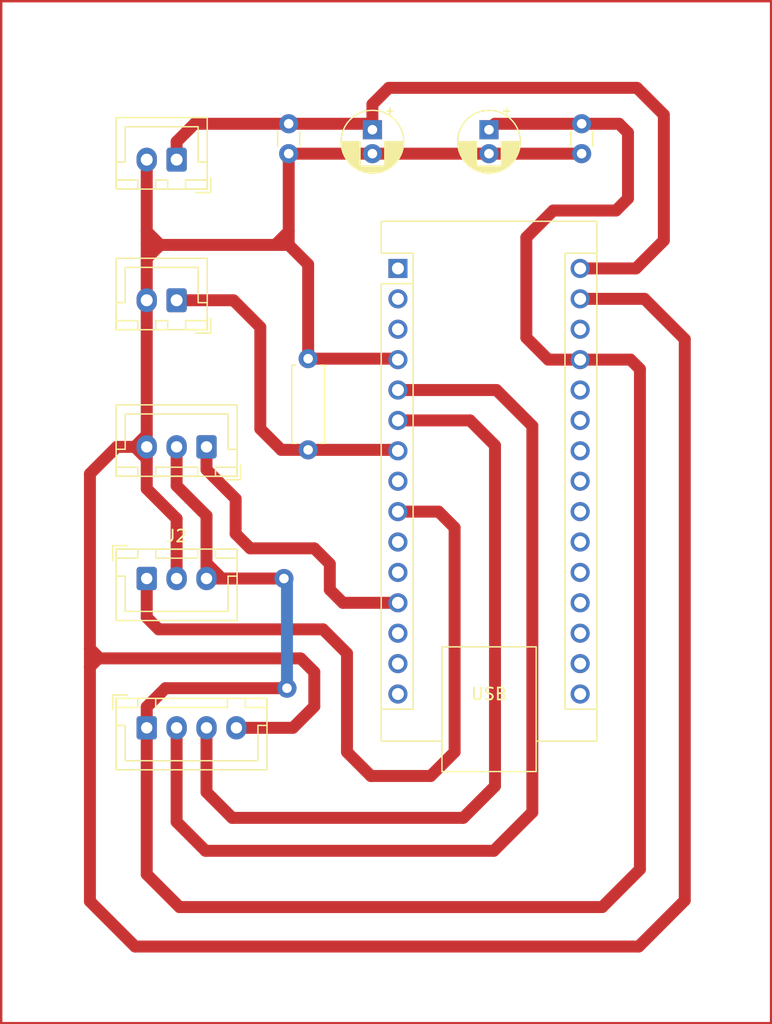
<source format=kicad_pcb>
(kicad_pcb (version 20221018) (generator pcbnew)
  (layers (0 "F.Cu" signal) (31 "B.Cu" signal) (34 "B.Paste" user) (35 "F.Paste" user) (36 "B.SilkS" user "B.Silkscreen") (37 "F.SilkS" user "F.Silkscreen") (38 "B.Mask" user) (39 "F.Mask" user) (44 "Edge.Cuts" user))
  (net 0 "")
  (net 3 "Net-(A1-VIN)")
  (net 4 "Net-(J1-Pin_2)")
  (net 5 "Net-(A1-+5V)")
  (net 6 "Net-(A1-D6)")
  (net 7 "Net-(A1-D2)")
  (net 8 "Net-(A1-D3)")
  (net 10 "Net-(A1-D4)")
  (net 14 "Net-(A1-D9)")
  (footprint "Resistor_THT:R_Axial_DIN0207_L6.3mm_D2.5mm_P7.62mm_Horizontal" (layer "F.Cu") (at 95.5722 54 90)
    (fp_text reference "R1" hide)
    (fp_text value "10K")
    (pad "1" thru_hole circle (at 0 0 90) (size 1.6 1.6) (drill 0.8) (layers "*.Cu" "*.Mask") (net 10 "Net-(A1-D4)"))
    (pad "2" thru_hole oval (at 7.62 0 90) (size 1.6 1.6) (drill 0.8) (layers "*.Cu" "*.Mask") (net 4 "Net-(J1-Pin_2)"))
  )
  (footprint "Connector_JST:JST_XH_B3B-XH-A_1x03_P2.50mm_Vertical" (layer "F.Cu") (at 82.0722 64.75)
    (fp_text reference locked "J2" (at 2.5 -3.55) (layer "F.SilkS"))
    (fp_text value "Conn_01x03" hide)
    (pad "1" thru_hole roundrect (at 0 0) (size 1.7 1.95) (drill 0.95) (layers "*.Cu" "*.Mask") (roundrect_rratio 0.1470588235) (net 6 "Net-(A1-D6)"))
    (pad "2" thru_hole oval (at 2.5 0) (size 1.7 1.95) (drill 0.95) (layers "*.Cu" "*.Mask") (net 4 "Net-(J1-Pin_2)"))
    (pad "3" thru_hole oval (at 5 0) (size 1.7 1.95) (drill 0.95) (layers "*.Cu" "*.Mask") (net 5 "Net-(A1-+5V)"))
  )
  (footprint "Capacitor_THT:C_Disc_D3.0mm_W1.6mm_P2.50mm" (layer "F.Cu") (at 93.9472 26.75 -90)
    (fp_text reference "C2" hide)
    (fp_text value "0.1 uF")
    (pad "1" thru_hole circle (at 0 0 270) (size 1.6 1.6) (drill 0.8) (layers "*.Cu" "*.Mask") (net 3 "Net-(A1-VIN)"))
    (pad "2" thru_hole circle (at 2.5 0 270) (size 1.6 1.6) (drill 0.8) (layers "*.Cu" "*.Mask") (net 4 "Net-(J1-Pin_2)"))
  )
  (footprint "Module:Arduino_Nano" (layer "F.Cu") (at 103.0822 38.84)
    (fp_text reference "A1" hide)
    (fp_text value "Arduino_Nano_v3.x")
    (fp_text user "USB" (at 7.62 35.56 unlocked) (layer "F.SilkS"))
    (pad "1" thru_hole rect (at 0 0) (size 1.6 1.6) (drill 1) (layers "*.Cu" "*.Mask"))
    (pad "2" thru_hole oval (at 0 2.54) (size 1.6 1.6) (drill 1) (layers "*.Cu" "*.Mask"))
    (pad "3" thru_hole oval (at 0 5.08) (size 1.6 1.6) (drill 1) (layers "*.Cu" "*.Mask"))
    (pad "4" thru_hole oval (at 0 7.62) (size 1.6 1.6) (drill 1) (layers "*.Cu" "*.Mask") (net 4 "Net-(J1-Pin_2)"))
    (pad "5" thru_hole oval (at 0 10.16) (size 1.6 1.6) (drill 1) (layers "*.Cu" "*.Mask") (net 7 "Net-(A1-D2)"))
    (pad "6" thru_hole oval (at 0 12.7) (size 1.6 1.6) (drill 1) (layers "*.Cu" "*.Mask") (net 8 "Net-(A1-D3)"))
    (pad "7" thru_hole oval (at 0 15.24) (size 1.6 1.6) (drill 1) (layers "*.Cu" "*.Mask") (net 10 "Net-(A1-D4)"))
    (pad "8" thru_hole oval (at 0 17.78) (size 1.6 1.6) (drill 1) (layers "*.Cu" "*.Mask"))
    (pad "9" thru_hole oval (at 0 20.32) (size 1.6 1.6) (drill 1) (layers "*.Cu" "*.Mask") (net 6 "Net-(A1-D6)"))
    (pad "10" thru_hole oval (at 0 22.86) (size 1.6 1.6) (drill 1) (layers "*.Cu" "*.Mask"))
    (pad "11" thru_hole oval (at 0 25.4) (size 1.6 1.6) (drill 1) (layers "*.Cu" "*.Mask"))
    (pad "12" thru_hole oval (at 0 27.94) (size 1.6 1.6) (drill 1) (layers "*.Cu" "*.Mask") (net 14 "Net-(A1-D9)"))
    (pad "13" thru_hole oval (at 0 30.48) (size 1.6 1.6) (drill 1) (layers "*.Cu" "*.Mask"))
    (pad "14" thru_hole oval (at 0 33.02) (size 1.6 1.6) (drill 1) (layers "*.Cu" "*.Mask"))
    (pad "15" thru_hole oval (at 0 35.56) (size 1.6 1.6) (drill 1) (layers "*.Cu" "*.Mask"))
    (pad "16" thru_hole oval (at 15.24 35.56) (size 1.6 1.6) (drill 1) (layers "*.Cu" "*.Mask"))
    (pad "17" thru_hole oval (at 15.24 33.02) (size 1.6 1.6) (drill 1) (layers "*.Cu" "*.Mask"))
    (pad "18" thru_hole oval (at 15.24 30.48) (size 1.6 1.6) (drill 1) (layers "*.Cu" "*.Mask"))
    (pad "19" thru_hole oval (at 15.24 27.94) (size 1.6 1.6) (drill 1) (layers "*.Cu" "*.Mask"))
    (pad "20" thru_hole oval (at 15.24 25.4) (size 1.6 1.6) (drill 1) (layers "*.Cu" "*.Mask"))
    (pad "21" thru_hole oval (at 15.24 22.86) (size 1.6 1.6) (drill 1) (layers "*.Cu" "*.Mask"))
    (pad "22" thru_hole oval (at 15.24 20.32) (size 1.6 1.6) (drill 1) (layers "*.Cu" "*.Mask"))
    (pad "23" thru_hole oval (at 15.24 17.78) (size 1.6 1.6) (drill 1) (layers "*.Cu" "*.Mask"))
    (pad "24" thru_hole oval (at 15.24 15.24) (size 1.6 1.6) (drill 1) (layers "*.Cu" "*.Mask"))
    (pad "25" thru_hole oval (at 15.24 12.7) (size 1.6 1.6) (drill 1) (layers "*.Cu" "*.Mask"))
    (pad "26" thru_hole oval (at 15.24 10.16) (size 1.6 1.6) (drill 1) (layers "*.Cu" "*.Mask"))
    (pad "27" thru_hole oval (at 15.24 7.62) (size 1.6 1.6) (drill 1) (layers "*.Cu" "*.Mask") (net 5 "Net-(A1-+5V)"))
    (pad "28" thru_hole oval (at 15.24 5.08) (size 1.6 1.6) (drill 1) (layers "*.Cu" "*.Mask"))
    (pad "29" thru_hole oval (at 15.24 2.54) (size 1.6 1.6) (drill 1) (layers "*.Cu" "*.Mask") (net 4 "Net-(J1-Pin_2)"))
    (pad "30" thru_hole oval (at 15.24 0) (size 1.6 1.6) (drill 1) (layers "*.Cu" "*.Mask") (net 3 "Net-(A1-VIN)"))
  )
  (footprint "Connector_JST:JST_XH_B2B-XH-A_1x02_P2.50mm_Vertical" (layer "F.Cu") (at 84.5722 29.75 180)
    (fp_text reference "J1" hide)
    (fp_text value "Conn_01x02" hide)
    (pad "1" thru_hole roundrect (at 0 0 180) (size 1.7 2) (drill 1) (layers "*.Cu" "*.Mask") (roundrect_rratio 0.1470588235) (net 3 "Net-(A1-VIN)"))
    (pad "2" thru_hole oval (at 2.5 0 180) (size 1.7 2) (drill 1) (layers "*.Cu" "*.Mask") (net 4 "Net-(J1-Pin_2)"))
  )
  (footprint "Connector_JST:JST_XH_B2B-XH-A_1x02_P2.50mm_Vertical" (layer "F.Cu") (at 84.5722 41.5 180)
    (fp_text reference "J5" hide)
    (fp_text value "Conn_01x02" hide)
    (pad "1" thru_hole roundrect (at 0 0 180) (size 1.7 2) (drill 1) (layers "*.Cu" "*.Mask") (roundrect_rratio 0.1470588235) (net 10 "Net-(A1-D4)"))
    (pad "2" thru_hole oval (at 2.5 0 180) (size 1.7 2) (drill 1) (layers "*.Cu" "*.Mask") (net 4 "Net-(J1-Pin_2)"))
  )
  (footprint "Connector_JST:JST_XH_B4B-XH-A_1x04_P2.50mm_Vertical" (layer "F.Cu") (at 82.0722 77.225)
    (fp_text reference "J3" hide)
    (fp_text value "Conn_01x04" hide)
    (pad "1" thru_hole roundrect (at 0 0) (size 1.7 1.95) (drill 0.95) (layers "*.Cu" "*.Mask") (roundrect_rratio 0.1470588235) (net 5 "Net-(A1-+5V)"))
    (pad "2" thru_hole oval (at 2.5 0) (size 1.7 1.95) (drill 0.95) (layers "*.Cu" "*.Mask") (net 7 "Net-(A1-D2)"))
    (pad "3" thru_hole oval (at 5 0) (size 1.7 1.95) (drill 0.95) (layers "*.Cu" "*.Mask") (net 8 "Net-(A1-D3)"))
    (pad "4" thru_hole oval (at 7.5 0) (size 1.7 1.95) (drill 0.95) (layers "*.Cu" "*.Mask") (net 4 "Net-(J1-Pin_2)"))
  )
  (footprint "Capacitor_THT:CP_Radial_D5.0mm_P2.00mm" (layer "F.Cu") (at 110.6972 27.25 -90)
    (fp_text reference "C3" hide)
    (fp_text value "100 uF")
    (pad "1" thru_hole rect (at 0 0 270) (size 1.6 1.6) (drill 0.8) (layers "*.Cu" "*.Mask") (net 5 "Net-(A1-+5V)"))
    (pad "2" thru_hole circle (at 2 0 270) (size 1.6 1.6) (drill 0.8) (layers "*.Cu" "*.Mask") (net 4 "Net-(J1-Pin_2)"))
  )
  (footprint "Capacitor_THT:C_Disc_D3.0mm_W1.6mm_P2.50mm" (layer "F.Cu") (at 118.4472 26.75 -90)
    (fp_text reference "C4" hide)
    (fp_text value "0.1 uF")
    (pad "1" thru_hole circle (at 0 0 270) (size 1.6 1.6) (drill 0.8) (layers "*.Cu" "*.Mask") (net 5 "Net-(A1-+5V)"))
    (pad "2" thru_hole circle (at 2.5 0 270) (size 1.6 1.6) (drill 0.8) (layers "*.Cu" "*.Mask") (net 4 "Net-(J1-Pin_2)"))
  )
  (footprint "Capacitor_THT:CP_Radial_D5.0mm_P2.00mm" (layer "F.Cu") (at 100.9472 27.25 -90)
    (fp_text reference "C1" hide)
    (fp_text value "100 uF")
    (pad "1" thru_hole rect (at 0 0 270) (size 1.6 1.6) (drill 0.8) (layers "*.Cu" "*.Mask") (net 3 "Net-(A1-VIN)"))
    (pad "2" thru_hole circle (at 2 0 270) (size 1.6 1.6) (drill 0.8) (layers "*.Cu" "*.Mask") (net 4 "Net-(J1-Pin_2)"))
  )
  (footprint "Connector_JST:JST_XH_B3B-XH-A_1x03_P2.50mm_Vertical" (layer "F.Cu") (at 87.0722 53.75 180)
    (fp_text reference "J4" hide)
    (fp_text value "Conn_01x03" hide)
    (pad "1" thru_hole roundrect (at 0 0 180) (size 1.7 1.95) (drill 0.95) (layers "*.Cu" "*.Mask") (roundrect_rratio 0.1470588235) (net 14 "Net-(A1-D9)"))
    (pad "2" thru_hole oval (at 2.5 0 180) (size 1.7 1.95) (drill 0.95) (layers "*.Cu" "*.Mask") (net 5 "Net-(A1-+5V)"))
    (pad "3" thru_hole oval (at 5 0 180) (size 1.7 1.95) (drill 0.95) (layers "*.Cu" "*.Mask") (net 4 "Net-(J1-Pin_2)"))
  )
  (gr_rect (start 69.9008 16.51) (end 134.2898 101.9048) (stroke (width 0.2)) (fill none) (layer "F.Cu"))
  (segment (start 125.3222 26) (end 125.3222 36.5) (width 1) (layer "F.Cu") (net 3))
  (segment (start 100.9472 27.25) (end 100.9472 25.125) (width 1) (layer "F.Cu") (net 3))
  (segment (start 84.5722 28.25) (end 86.0722 26.75) (width 1) (layer "F.Cu") (net 3))
  (segment (start 122.9822 38.84) (end 118.3222 38.84) (width 1) (layer "F.Cu") (net 3))
  (segment (start 123.0722 23.75) (end 125.3222 26) (width 1) (layer "F.Cu") (net 3))
  (segment (start 84.5722 29.75) (end 84.5722 28.25) (width 1) (layer "F.Cu") (net 3))
  (segment (start 125.3222 36.5) (end 122.9822 38.84) (width 1) (layer "F.Cu") (net 3))
  (segment (start 93.9472 26.75) (end 100.4472 26.75) (width 1) (layer "F.Cu") (net 3))
  (segment (start 102.3222 23.75) (end 123.0722 23.75) (width 1) (layer "F.Cu") (net 3))
  (segment (start 86.0722 26.75) (end 93.9472 26.75) (width 1) (layer "F.Cu") (net 3))
  (segment (start 100.4472 26.75) (end 100.9472 27.25) (width 1) (layer "F.Cu") (net 3))
  (segment (start 100.9472 25.125) (end 102.3222 23.75) (width 1) (layer "F.Cu") (net 3))
  (segment (start 83.0722 36.875) (end 83.0722 36.75) (width 1) (layer "F.Cu") (net 4))
  (segment (start 82.0722 38) (end 82.0722 41.5) (width 1) (layer "F.Cu") (net 4))
  (segment (start 82.1972 36.875) (end 82.0722 36.75) (width 1) (layer "F.Cu") (net 4))
  (segment (start 93.9472 35.75) (end 93.9472 36.875) (width 1) (layer "F.Cu") (net 4))
  (segment (start 96.0882 72.5678) (end 94.9452 71.4248) (width 1) (layer "F.Cu") (net 4))
  (segment (start 82.0722 36.75) (end 82.0722 38) (width 1) (layer "F.Cu") (net 4))
  (segment (start 82.0722 54.75) (end 82.0722 55) (width 1) (layer "F.Cu") (net 4))
  (segment (start 94.3012 77.225) (end 96.0882 75.438) (width 1) (layer "F.Cu") (net 4))
  (segment (start 78.135 71.4248) (end 77.3222 70.612) (width 1) (layer "F.Cu") (net 4))
  (segment (start 84.5722 59.75) (end 84.5722 64.75) (width 1) (layer "F.Cu") (net 4))
  (segment (start 82.0722 41.5) (end 82.0722 52.5) (width 1) (layer "F.Cu") (net 4))
  (segment (start 92.8222 36.875) (end 83.0722 36.875) (width 1) (layer "F.Cu") (net 4))
  (segment (start 81.0982 95.5) (end 77.3222 91.724) (width 1) (layer "F.Cu") (net 4))
  (segment (start 82.0722 52.75) (end 82.0722 52.5) (width 1) (layer "F.Cu") (net 4))
  (segment (start 81.0722 53.75) (end 82.0722 54.75) (width 1) (layer "F.Cu") (net 4))
  (segment (start 96.0882 75.438) (end 96.0882 72.5678) (width 1) (layer "F.Cu") (net 4))
  (segment (start 77.3222 56) (end 79.5722 53.75) (width 1) (layer "F.Cu") (net 4))
  (segment (start 82.0722 53.75) (end 82.0722 55) (width 1) (layer "F.Cu") (net 4))
  (segment (start 82.0722 29.75) (end 82.0722 35.75) (width 1) (layer "F.Cu") (net 4))
  (segment (start 103.0022 46.38) (end 103.0822 46.46) (width 1) (layer "F.Cu") (net 4))
  (segment (start 93.9472 36.875) (end 95.5722 38.5) (width 1) (layer "F.Cu") (net 4))
  (segment (start 82.0722 52.5) (end 82.0722 53.75) (width 1) (layer "F.Cu") (net 4))
  (segment (start 81.0722 53.75) (end 82.0722 52.75) (width 1) (layer "F.Cu") (net 4))
  (segment (start 95.5722 46.38) (end 103.0022 46.38) (width 1) (layer "F.Cu") (net 4))
  (segment (start 78.0334 71.4248) (end 77.3222 72.136) (width 1) (layer "F.Cu") (net 4))
  (segment (start 82.0722 35.75) (end 82.0722 36.75) (width 1) (layer "F.Cu") (net 4))
  (segment (start 93.9472 29.25) (end 93.9472 35.75) (width 1) (layer "F.Cu") (net 4))
  (segment (start 123.2194 95.5) (end 81.0982 95.5) (width 1) (layer "F.Cu") (net 4))
  (segment (start 77.3222 72.136) (end 77.3222 70.612) (width 1) (layer "F.Cu") (net 4))
  (segment (start 82.0722 55) (end 82.0722 57.25) (width 1) (layer "F.Cu") (net 4))
  (segment (start 93.9472 29.25) (end 100.9472 29.25) (width 1) (layer "F.Cu") (net 4))
  (segment (start 83.0722 36.75) (end 82.0722 35.75) (width 1) (layer "F.Cu") (net 4))
  (segment (start 93.9472 36.875) (end 92.8222 36.875) (width 1) (layer "F.Cu") (net 4))
  (segment (start 83.0722 37) (end 82.0722 38) (width 1) (layer "F.Cu") (net 4))
  (segment (start 79.5722 53.75) (end 81.0722 53.75) (width 1) (layer "F.Cu") (net 4))
  (segment (start 127.0722 44.75) (end 127.0722 91.6472) (width 1) (layer "F.Cu") (net 4))
  (segment (start 78.135 71.4248) (end 78.0334 71.4248) (width 1) (layer "F.Cu") (net 4))
  (segment (start 83.0722 36.875) (end 82.1972 36.875) (width 1) (layer "F.Cu") (net 4))
  (segment (start 95.5722 38.5) (end 95.5722 46.38) (width 1) (layer "F.Cu") (net 4))
  (segment (start 118.3222 41.38) (end 123.7022 41.38) (width 1) (layer "F.Cu") (net 4))
  (segment (start 92.8222 36.875) (end 93.9472 35.75) (width 1) (layer "F.Cu") (net 4))
  (segment (start 94.9452 71.4248) (end 78.135 71.4248) (width 1) (layer "F.Cu") (net 4))
  (segment (start 123.7022 41.38) (end 127.0722 44.75) (width 1) (layer "F.Cu") (net 4))
  (segment (start 77.3222 70.612) (end 77.3222 56) (width 1) (layer "F.Cu") (net 4))
  (segment (start 77.3222 91.724) (end 77.3222 72.136) (width 1) (layer "F.Cu") (net 4))
  (segment (start 89.5722 77.225) (end 94.3012 77.225) (width 1) (layer "F.Cu") (net 4))
  (segment (start 110.6972 29.25) (end 118.4472 29.25) (width 1) (layer "F.Cu") (net 4))
  (segment (start 82.0722 57.25) (end 84.5722 59.75) (width 1) (layer "F.Cu") (net 4))
  (segment (start 81.0722 53.75) (end 82.0722 53.75) (width 1) (layer "F.Cu") (net 4))
  (segment (start 100.9472 29.25) (end 110.6972 29.25) (width 1) (layer "F.Cu") (net 4))
  (segment (start 127.0722 91.6472) (end 123.2194 95.5) (width 1) (layer "F.Cu") (net 4))
  (segment (start 83.0722 36.875) (end 83.0722 37) (width 1) (layer "F.Cu") (net 4))
  (segment (start 87.0722 63.4746) (end 87.0722 64.75) (width 1) (layer "F.Cu") (net 5))
  (segment (start 118.4472 26.75) (end 111.1972 26.75) (width 1) (layer "F.Cu") (net 5))
  (segment (start 84.8106 92.202) (end 120.1674 92.202) (width 1) (layer "F.Cu") (net 5))
  (segment (start 111.1972 26.75) (end 110.6972 27.25) (width 1) (layer "F.Cu") (net 5))
  (segment (start 116.0722 34) (end 113.8222 36.25) (width 1) (layer "F.Cu") (net 5))
  (segment (start 122.5322 46.46) (end 118.3222 46.46) (width 1) (layer "F.Cu") (net 5))
  (segment (start 88.0872 64.75) (end 88.0872 64.4896) (width 1) (layer "F.Cu") (net 5))
  (segment (start 87.0722 59.5) (end 87.0722 63.4746) (width 1) (layer "F.Cu") (net 5))
  (segment (start 82.0722 75.484) (end 82.0722 77.225) (width 1) (layer "F.Cu") (net 5))
  (segment (start 123.3222 47.25) (end 122.5322 46.46) (width 1) (layer "F.Cu") (net 5))
  (segment (start 113.8222 36.25) (end 113.8222 44.625) (width 1) (layer "F.Cu") (net 5))
  (segment (start 84.5722 57) (end 87.0722 59.5) (width 1) (layer "F.Cu") (net 5))
  (segment (start 122.3222 27.5) (end 122.3222 33) (width 1) (layer "F.Cu") (net 5))
  (segment (start 120.1674 92.202) (end 123.3222 89.0472) (width 1) (layer "F.Cu") (net 5))
  (segment (start 121.5722 26.75) (end 122.3222 27.5) (width 1) (layer "F.Cu") (net 5))
  (segment (start 113.8222 44.625) (end 115.6572 46.46) (width 1) (layer "F.Cu") (net 5))
  (segment (start 121.3222 34) (end 116.0722 34) (width 1) (layer "F.Cu") (net 5))
  (segment (start 115.6572 46.46) (end 118.3222 46.46) (width 1) (layer "F.Cu") (net 5))
  (segment (start 123.3222 89.0472) (end 123.3222 47.25) (width 1) (layer "F.Cu") (net 5))
  (segment (start 82.0722 89.4636) (end 84.8106 92.202) (width 1) (layer "F.Cu") (net 5))
  (segment (start 88.0872 64.4896) (end 87.0722 63.4746) (width 1) (layer "F.Cu") (net 5))
  (segment (start 88.0872 64.75) (end 87.0722 64.75) (width 1) (layer "F.Cu") (net 5))
  (segment (start 122.3222 33) (end 121.3222 34) (width 1) (layer "F.Cu") (net 5))
  (segment (start 93.5482 64.75) (end 88.0872 64.75) (width 1) (layer "F.Cu") (net 5))
  (segment (start 93.8022 73.914) (end 83.6422 73.914) (width 1) (layer "F.Cu") (net 5))
  (segment (start 118.4472 26.75) (end 121.5722 26.75) (width 1) (layer "F.Cu") (net 5))
  (segment (start 83.6422 73.914) (end 82.0722 75.484) (width 1) (layer "F.Cu") (net 5))
  (segment (start 82.0722 77.225) (end 82.0722 89.4636) (width 1) (layer "F.Cu") (net 5))
  (segment (start 84.5722 53.75) (end 84.5722 57) (width 1) (layer "F.Cu") (net 5))
  (via (at 93.5482 64.75) (size 1.6) (drill 0.8) (layers "F.Cu" "B.Cu") (net 5))
  (via (at 93.8022 73.914) (size 1.6) (drill 0.8) (layers "F.Cu" "B.Cu") (net 5))
  (segment (start 93.8022 65.004) (end 93.8022 73.914) (width 1) (layer "B.Cu") (net 5))
  (segment (start 93.5482 64.75) (end 93.8022 65.004) (width 1) (layer "B.Cu") (net 5))
  (segment (start 82.0722 64.75) (end 82.0722 68) (width 1) (layer "F.Cu") (net 6))
  (segment (start 100.8222 81.25) (end 105.8222 81.25) (width 1) (layer "F.Cu") (net 6))
  (segment (start 98.8222 71) (end 98.8222 79.25) (width 1) (layer "F.Cu") (net 6))
  (segment (start 105.8222 81.25) (end 107.8222 79.25) (width 1) (layer "F.Cu") (net 6))
  (segment (start 107.8222 79.25) (end 107.8222 60.5) (width 1) (layer "F.Cu") (net 6))
  (segment (start 82.0722 68) (end 83.0722 69) (width 1) (layer "F.Cu") (net 6))
  (segment (start 98.8222 79.25) (end 100.8222 81.25) (width 1) (layer "F.Cu") (net 6))
  (segment (start 106.4822 59.16) (end 103.0822 59.16) (width 1) (layer "F.Cu") (net 6))
  (segment (start 107.8222 60.5) (end 106.4822 59.16) (width 1) (layer "F.Cu") (net 6))
  (segment (start 96.8222 69) (end 98.8222 71) (width 1) (layer "F.Cu") (net 6))
  (segment (start 83.0722 69) (end 96.8222 69) (width 1) (layer "F.Cu") (net 6))
  (segment (start 114.3254 84.2772) (end 114.3254 52.0032) (width 1) (layer "F.Cu") (net 7))
  (segment (start 84.5722 85.0802) (end 86.992 87.5) (width 1) (layer "F.Cu") (net 7))
  (segment (start 86.992 87.5) (end 111.1026 87.5) (width 1) (layer "F.Cu") (net 7))
  (segment (start 114.3254 52.0032) (end 111.3222 49) (width 1) (layer "F.Cu") (net 7))
  (segment (start 84.5722 77.225) (end 84.5722 85.0802) (width 1) (layer "F.Cu") (net 7))
  (segment (start 111.1026 87.5) (end 114.3254 84.2772) (width 1) (layer "F.Cu") (net 7))
  (segment (start 111.3222 49) (end 103.0822 49) (width 1) (layer "F.Cu") (net 7))
  (segment (start 89.2204 84.75) (end 108.544 84.75) (width 1) (layer "F.Cu") (net 8))
  (segment (start 87.0722 77.225) (end 87.0722 82.6018) (width 1) (layer "F.Cu") (net 8))
  (segment (start 111.2012 82.0928) (end 111.2012 53.629) (width 1) (layer "F.Cu") (net 8))
  (segment (start 111.2012 53.629) (end 109.1122 51.54) (width 1) (layer "F.Cu") (net 8))
  (segment (start 87.0722 82.6018) (end 89.2204 84.75) (width 1) (layer "F.Cu") (net 8))
  (segment (start 108.544 84.75) (end 111.2012 82.0928) (width 1) (layer "F.Cu") (net 8))
  (segment (start 109.1122 51.54) (end 103.0822 51.54) (width 1) (layer "F.Cu") (net 8))
  (segment (start 95.5722 54) (end 103.0022 54) (width 1) (layer "F.Cu") (net 10))
  (segment (start 91.5722 52.25) (end 93.3222 54) (width 1) (layer "F.Cu") (net 10))
  (segment (start 103.0022 54) (end 103.0822 54.08) (width 1) (layer "F.Cu") (net 10))
  (segment (start 89.3222 41.5) (end 91.5722 43.75) (width 1) (layer "F.Cu") (net 10))
  (segment (start 93.3222 54) (end 95.5722 54) (width 1) (layer "F.Cu") (net 10))
  (segment (start 84.5722 41.5) (end 89.3222 41.5) (width 1) (layer "F.Cu") (net 10))
  (segment (start 91.5722 43.75) (end 91.5722 52.25) (width 1) (layer "F.Cu") (net 10))
  (segment (start 98.4792 66.78) (end 103.0822 66.78) (width 1) (layer "F.Cu") (net 14))
  (segment (start 89.5096 61.0108) (end 90.7288 62.23) (width 1) (layer "F.Cu") (net 14))
  (segment (start 89.5096 58.0898) (end 89.5096 61.0108) (width 1) (layer "F.Cu") (net 14))
  (segment (start 87.0722 53.75) (end 87.0722 55.6524) (width 1) (layer "F.Cu") (net 14))
  (segment (start 97.3836 65.6844) (end 98.4792 66.78) (width 1) (layer "F.Cu") (net 14))
  (segment (start 87.0722 55.6524) (end 89.5096 58.0898) (width 1) (layer "F.Cu") (net 14))
  (segment (start 96.0882 62.23) (end 97.3836 63.5254) (width 1) (layer "F.Cu") (net 14))
  (segment (start 90.7288 62.23) (end 96.0882 62.23) (width 1) (layer "F.Cu") (net 14))
  (segment (start 97.3836 63.5254) (end 97.3836 65.6844) (width 1) (layer "F.Cu") (net 14))
)
</source>
